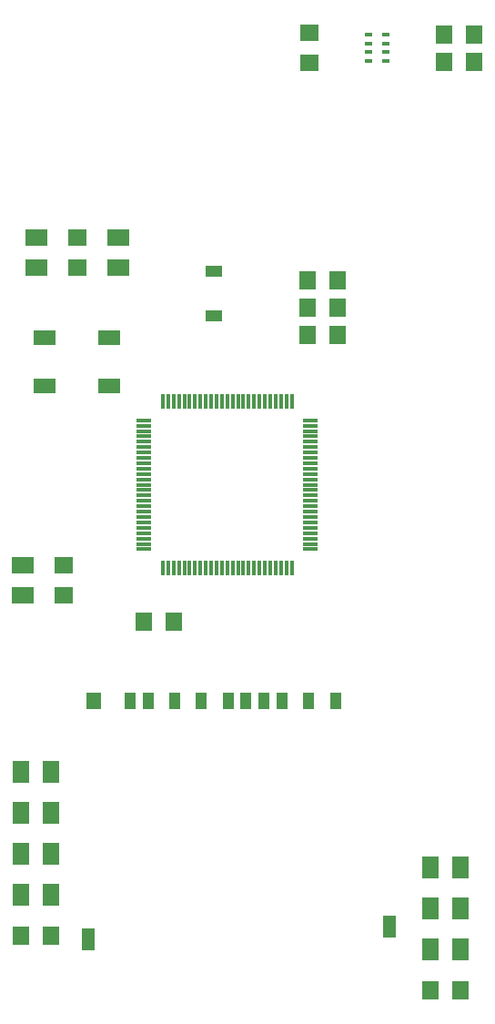
<source format=gbr>
G04 EAGLE Gerber RS-274X export*
G75*
%MOMM*%
%FSLAX34Y34*%
%LPD*%
%INSolderpaste Top*%
%IPPOS*%
%AMOC8*
5,1,8,0,0,1.08239X$1,22.5*%
G01*
%ADD10R,1.600000X1.800000*%
%ADD11R,1.800000X1.600000*%
%ADD12R,0.800000X0.400000*%
%ADD13R,1.475000X0.300000*%
%ADD14R,0.300000X1.475000*%
%ADD15R,1.000000X1.500000*%
%ADD16R,1.200000X2.000000*%
%ADD17R,1.450000X1.500000*%
%ADD18R,1.600000X1.000000*%
%ADD19R,1.600000X2.000000*%
%ADD20R,2.000000X1.600000*%
%ADD21R,2.100000X1.400000*%


D10*
X544800Y38100D03*
X572800Y38100D03*
X430500Y647700D03*
X458500Y647700D03*
X430500Y673100D03*
X458500Y673100D03*
X191800Y88900D03*
X163800Y88900D03*
D11*
X215900Y737900D03*
X215900Y709900D03*
D10*
X557500Y927100D03*
X585500Y927100D03*
X557500Y901700D03*
X585500Y901700D03*
D11*
X431800Y900400D03*
X431800Y928400D03*
D10*
X430500Y698500D03*
X458500Y698500D03*
D11*
X203200Y433100D03*
X203200Y405100D03*
D10*
X306100Y381000D03*
X278100Y381000D03*
D12*
X503300Y902400D03*
X503300Y910400D03*
X503300Y918400D03*
X503300Y926400D03*
X487300Y926400D03*
X487300Y918400D03*
X487300Y910400D03*
X487300Y902400D03*
D13*
X278220Y568000D03*
X278220Y563000D03*
X278220Y558000D03*
X278220Y553000D03*
X278220Y548000D03*
X278220Y543000D03*
X278220Y538000D03*
X278220Y533000D03*
X278220Y528000D03*
X278220Y523000D03*
X278220Y518000D03*
X278220Y513000D03*
X278220Y508000D03*
X278220Y503000D03*
X278220Y498000D03*
X278220Y493000D03*
X278220Y488000D03*
X278220Y483000D03*
X278220Y478000D03*
X278220Y473000D03*
X278220Y468000D03*
X278220Y463000D03*
X278220Y458000D03*
X278220Y453000D03*
X278220Y448000D03*
D14*
X295600Y430620D03*
X300600Y430620D03*
X305600Y430620D03*
X310600Y430620D03*
X315600Y430620D03*
X320600Y430620D03*
X325600Y430620D03*
X330600Y430620D03*
X335600Y430620D03*
X340600Y430620D03*
X345600Y430620D03*
X350600Y430620D03*
X355600Y430620D03*
X360600Y430620D03*
X365600Y430620D03*
X370600Y430620D03*
X375600Y430620D03*
X380600Y430620D03*
X385600Y430620D03*
X390600Y430620D03*
X395600Y430620D03*
X400600Y430620D03*
X405600Y430620D03*
X410600Y430620D03*
X415600Y430620D03*
D13*
X432980Y448000D03*
X432980Y453000D03*
X432980Y458000D03*
X432980Y463000D03*
X432980Y468000D03*
X432980Y473000D03*
X432980Y478000D03*
X432980Y483000D03*
X432980Y488000D03*
X432980Y493000D03*
X432980Y498000D03*
X432980Y503000D03*
X432980Y508000D03*
X432980Y513000D03*
X432980Y518000D03*
X432980Y523000D03*
X432980Y528000D03*
X432980Y533000D03*
X432980Y538000D03*
X432980Y543000D03*
X432980Y548000D03*
X432980Y553000D03*
X432980Y558000D03*
X432980Y563000D03*
X432980Y568000D03*
D14*
X415600Y585380D03*
X410600Y585380D03*
X405600Y585380D03*
X400600Y585380D03*
X395600Y585380D03*
X390600Y585380D03*
X385600Y585380D03*
X380600Y585380D03*
X375600Y585380D03*
X370600Y585380D03*
X365600Y585380D03*
X360600Y585380D03*
X355600Y585380D03*
X350600Y585380D03*
X345600Y585380D03*
X340600Y585380D03*
X335600Y585380D03*
X330600Y585380D03*
X325600Y585380D03*
X320600Y585380D03*
X315600Y585380D03*
X310600Y585380D03*
X305600Y585380D03*
X300600Y585380D03*
X295600Y585380D03*
D15*
X431300Y306930D03*
X406300Y306930D03*
X372800Y306930D03*
X356300Y306930D03*
X331300Y306930D03*
X306300Y306930D03*
X282000Y306930D03*
X265000Y306930D03*
X456300Y306930D03*
D16*
X506300Y96830D03*
X226300Y84830D03*
D15*
X389300Y306930D03*
D17*
X231500Y306930D03*
D18*
X342900Y664800D03*
X342900Y706800D03*
D19*
X163800Y241300D03*
X191800Y241300D03*
X163800Y203200D03*
X191800Y203200D03*
X163800Y165100D03*
X191800Y165100D03*
X572800Y76200D03*
X544800Y76200D03*
X163800Y127000D03*
X191800Y127000D03*
X572800Y152400D03*
X544800Y152400D03*
X572800Y114300D03*
X544800Y114300D03*
D20*
X177800Y737900D03*
X177800Y709900D03*
X254000Y737900D03*
X254000Y709900D03*
D21*
X245900Y599800D03*
X185900Y599800D03*
X245900Y644800D03*
X185900Y644800D03*
D20*
X165100Y433100D03*
X165100Y405100D03*
M02*

</source>
